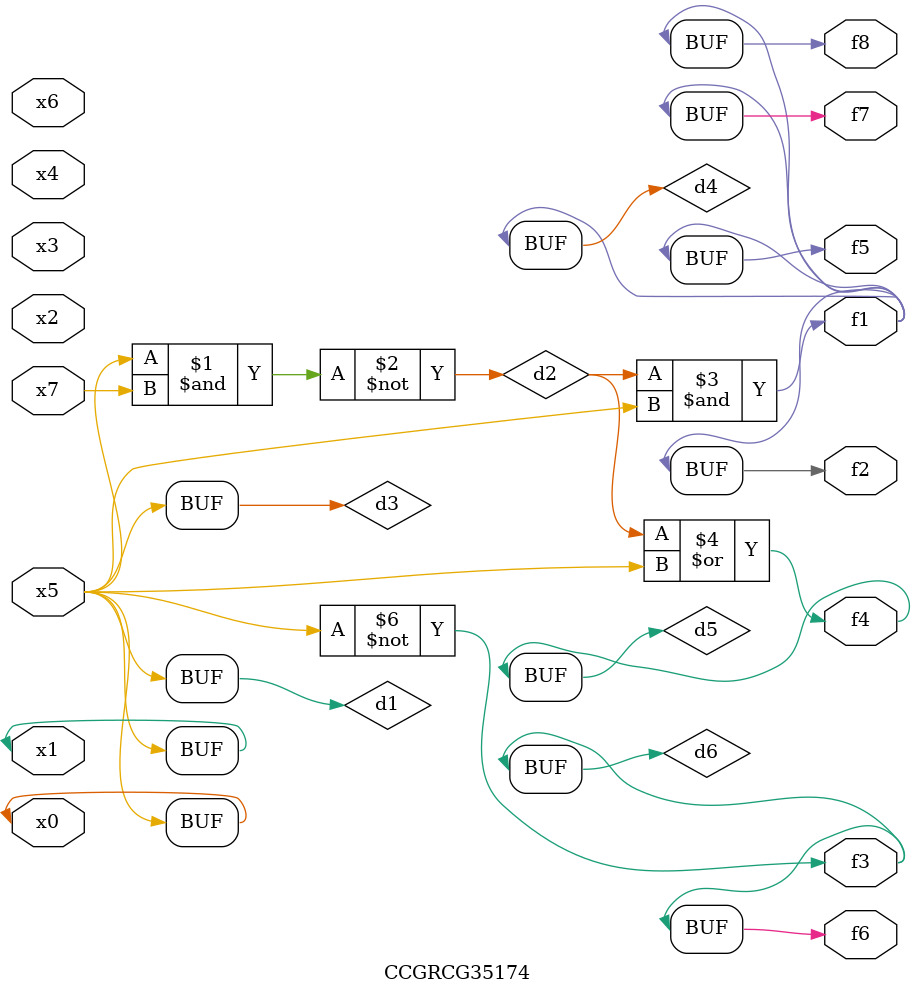
<source format=v>
module CCGRCG35174(
	input x0, x1, x2, x3, x4, x5, x6, x7,
	output f1, f2, f3, f4, f5, f6, f7, f8
);

	wire d1, d2, d3, d4, d5, d6;

	buf (d1, x0, x5);
	nand (d2, x5, x7);
	buf (d3, x0, x1);
	and (d4, d2, d3);
	or (d5, d2, d3);
	nor (d6, d1, d3);
	assign f1 = d4;
	assign f2 = d4;
	assign f3 = d6;
	assign f4 = d5;
	assign f5 = d4;
	assign f6 = d6;
	assign f7 = d4;
	assign f8 = d4;
endmodule

</source>
